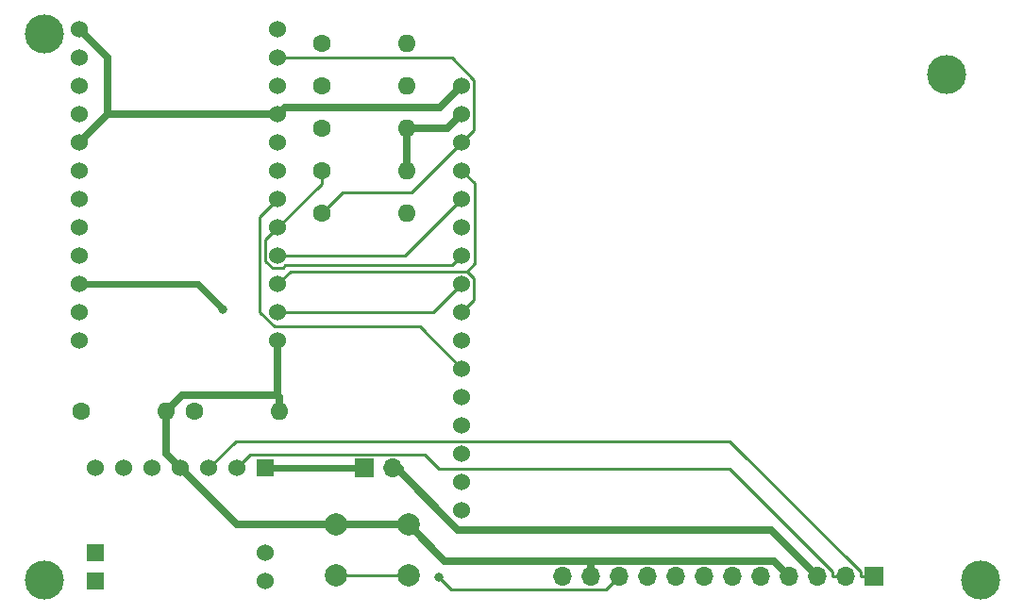
<source format=gtl>
G04 #@! TF.GenerationSoftware,KiCad,Pcbnew,5.1.5+dfsg1-2build2*
G04 #@! TF.CreationDate,2021-12-20T12:54:09+09:00*
G04 #@! TF.ProjectId,genesis-sound-card-rev2,67656e65-7369-4732-9d73-6f756e642d63,rev?*
G04 #@! TF.SameCoordinates,Original*
G04 #@! TF.FileFunction,Copper,L1,Top*
G04 #@! TF.FilePolarity,Positive*
%FSLAX46Y46*%
G04 Gerber Fmt 4.6, Leading zero omitted, Abs format (unit mm)*
G04 Created by KiCad (PCBNEW 5.1.5+dfsg1-2build2) date 2021-12-20 12:54:09*
%MOMM*%
%LPD*%
G04 APERTURE LIST*
%ADD10R,1.524000X1.524000*%
%ADD11C,1.524000*%
%ADD12O,1.600000X1.600000*%
%ADD13C,1.600000*%
%ADD14O,1.700000X1.700000*%
%ADD15R,1.700000X1.700000*%
%ADD16C,2.000000*%
%ADD17C,3.500000*%
%ADD18C,0.800000*%
%ADD19C,0.650000*%
%ADD20C,0.600000*%
%ADD21C,0.250000*%
G04 APERTURE END LIST*
D10*
X47600000Y-111130000D03*
X47600000Y-108590000D03*
D11*
X62840000Y-111130000D03*
X62840000Y-108590000D03*
X47600000Y-100970000D03*
X50140000Y-100970000D03*
X52680000Y-100970000D03*
D10*
X62840000Y-100970000D03*
D11*
X60300000Y-100970000D03*
X57760000Y-100970000D03*
X55220000Y-100970000D03*
X46190000Y-89530000D03*
X46190000Y-86990000D03*
X46190000Y-84450000D03*
X46190000Y-81910000D03*
X46190000Y-79370000D03*
X46190000Y-76830000D03*
X46190000Y-74290000D03*
X46190000Y-71750000D03*
X46190000Y-69210000D03*
X46190000Y-66670000D03*
X46190000Y-64130000D03*
X46190000Y-61590000D03*
X63970000Y-61590000D03*
X63970000Y-64130000D03*
X63970000Y-66670000D03*
X63970000Y-69210000D03*
X63970000Y-71750000D03*
X63970000Y-74290000D03*
X63970000Y-76830000D03*
X63970000Y-79370000D03*
X63970000Y-81910000D03*
X63970000Y-84450000D03*
X63970000Y-86990000D03*
X63970000Y-89530000D03*
D12*
X75540000Y-62870000D03*
D13*
X67920000Y-62870000D03*
D12*
X75540000Y-70490000D03*
D13*
X67920000Y-70490000D03*
D14*
X74270000Y-100970000D03*
D15*
X71730000Y-100970000D03*
D12*
X75540000Y-66680000D03*
D13*
X67920000Y-66680000D03*
D12*
X75540000Y-74300000D03*
D13*
X67920000Y-74300000D03*
D12*
X75540000Y-78110000D03*
D13*
X67920000Y-78110000D03*
D16*
X75690000Y-106050000D03*
X75690000Y-110550000D03*
X69190000Y-106050000D03*
X69190000Y-110550000D03*
D14*
X89510000Y-110660000D03*
X92050000Y-110660000D03*
X94590000Y-110660000D03*
X97130000Y-110660000D03*
X99670000Y-110660000D03*
X102210000Y-110660000D03*
X104750000Y-110660000D03*
X107290000Y-110660000D03*
X109830000Y-110660000D03*
X112370000Y-110660000D03*
X114910000Y-110660000D03*
D15*
X117450000Y-110660000D03*
D11*
X80500000Y-104710000D03*
X80500000Y-102170000D03*
X80500000Y-99630000D03*
X80500000Y-97090000D03*
X80500000Y-94550000D03*
X80500000Y-92010000D03*
X80500000Y-89470000D03*
X80500000Y-86930000D03*
X80500000Y-84390000D03*
X80500000Y-81850000D03*
X80500000Y-79310000D03*
X80500000Y-76770000D03*
X80500000Y-74230000D03*
X80500000Y-71690000D03*
X80500000Y-69150000D03*
X80500000Y-66610000D03*
D12*
X64110000Y-95890000D03*
D13*
X56490000Y-95890000D03*
D12*
X53950000Y-95890000D03*
D13*
X46330000Y-95890000D03*
D17*
X124000000Y-65600000D03*
X127000000Y-111000000D03*
X43000000Y-111000000D03*
X43000000Y-62000000D03*
D18*
X59080000Y-86690000D03*
X78444050Y-110765950D03*
D19*
X80500000Y-69150000D02*
X79160000Y-70490000D01*
X79160000Y-70490000D02*
X75540000Y-70490000D01*
X75540000Y-70490000D02*
X75540000Y-72974700D01*
X75540000Y-74300000D02*
X75540000Y-72974700D01*
D20*
X56840000Y-84450000D02*
X59080000Y-86690000D01*
X46190000Y-84450000D02*
X56840000Y-84450000D01*
D19*
X48730000Y-69210000D02*
X46190000Y-71750000D01*
X63970000Y-69210000D02*
X48730000Y-69210000D01*
X46190000Y-61590000D02*
X48730000Y-64130000D01*
X48730000Y-64130000D02*
X48730000Y-69210000D01*
X80500000Y-66610000D02*
X78525000Y-68585000D01*
X78525000Y-68585000D02*
X64595000Y-68585000D01*
X64595000Y-68585000D02*
X63970000Y-69210000D01*
X109830000Y-110660000D02*
X108454700Y-109284700D01*
X108454700Y-109284700D02*
X92050000Y-109284700D01*
X92050000Y-109284700D02*
X78924700Y-109284700D01*
X78924700Y-109284700D02*
X75690000Y-106050000D01*
X92050000Y-110660000D02*
X92050000Y-109284700D01*
X53950000Y-99640900D02*
X53950000Y-99700000D01*
X53950000Y-99700000D02*
X55220000Y-100970000D01*
X53950000Y-95890000D02*
X53950000Y-99640900D01*
X63970000Y-94424700D02*
X63970000Y-89530000D01*
X64110000Y-94564700D02*
X63970000Y-94424700D01*
X63970000Y-94424700D02*
X55415300Y-94424700D01*
X55415300Y-94424700D02*
X53950000Y-95890000D01*
X64110000Y-95890000D02*
X64110000Y-94564700D01*
X69190000Y-106050000D02*
X60300000Y-106050000D01*
X60300000Y-106050000D02*
X55220000Y-100970000D01*
X75690000Y-106050000D02*
X69190000Y-106050000D01*
D21*
X93740001Y-111509999D02*
X94590000Y-110660000D01*
X93414999Y-111835001D02*
X93740001Y-111509999D01*
X79513101Y-111835001D02*
X93414999Y-111835001D01*
X78444050Y-110765950D02*
X79513101Y-111835001D01*
X80500000Y-84390000D02*
X77900000Y-86990000D01*
X77900000Y-86990000D02*
X63970000Y-86990000D01*
X80967800Y-83295200D02*
X81589300Y-83916700D01*
X81589300Y-83916700D02*
X81589300Y-85840700D01*
X81589300Y-85840700D02*
X80500000Y-86930000D01*
X63970000Y-84450000D02*
X65124800Y-83295200D01*
X65124800Y-83295200D02*
X80967800Y-83295200D01*
X80500000Y-74230000D02*
X81654600Y-75384600D01*
X81654600Y-75384600D02*
X81654600Y-82608400D01*
X81654600Y-82608400D02*
X80967800Y-83295200D01*
X80500000Y-76770000D02*
X75360000Y-81910000D01*
X75360000Y-81910000D02*
X63970000Y-81910000D01*
D19*
X74607600Y-100970000D02*
X80138000Y-106500400D01*
X80138000Y-106500400D02*
X108210400Y-106500400D01*
X108210400Y-106500400D02*
X112370000Y-110660000D01*
D20*
X74607600Y-100970000D02*
X74945200Y-100970000D01*
X74270000Y-100970000D02*
X74607600Y-100970000D01*
D21*
X114910000Y-110660000D02*
X113734700Y-110660000D01*
X113734700Y-110660000D02*
X113734700Y-110292700D01*
X113734700Y-110292700D02*
X104501300Y-101059300D01*
X104501300Y-101059300D02*
X78419600Y-101059300D01*
X78419600Y-101059300D02*
X77154900Y-99794600D01*
X77154900Y-99794600D02*
X61475400Y-99794600D01*
X61475400Y-99794600D02*
X60300000Y-100970000D01*
X117450000Y-110660000D02*
X116274700Y-110660000D01*
X116274700Y-110660000D02*
X116274700Y-110292700D01*
X116274700Y-110292700D02*
X104510000Y-98528000D01*
X104510000Y-98528000D02*
X60202000Y-98528000D01*
X60202000Y-98528000D02*
X57760000Y-100970000D01*
D20*
X62840000Y-100970000D02*
X71730000Y-100970000D01*
D21*
X63970000Y-79370000D02*
X62866200Y-80473800D01*
X62866200Y-80473800D02*
X62866200Y-82370500D01*
X62866200Y-82370500D02*
X63493100Y-82997400D01*
X63493100Y-82997400D02*
X64420500Y-82997400D01*
X64420500Y-82997400D02*
X64656000Y-82761900D01*
X64656000Y-82761900D02*
X79588100Y-82761900D01*
X79588100Y-82761900D02*
X80500000Y-81850000D01*
X67920000Y-74300000D02*
X67920000Y-75420000D01*
X67920000Y-75420000D02*
X63970000Y-79370000D01*
X80500000Y-71690000D02*
X81590800Y-70599200D01*
X81590800Y-70599200D02*
X81590800Y-66118800D01*
X81590800Y-66118800D02*
X79602000Y-64130000D01*
X79602000Y-64130000D02*
X63970000Y-64130000D01*
X67920000Y-78110000D02*
X69825000Y-76205000D01*
X69825000Y-76205000D02*
X75985000Y-76205000D01*
X75985000Y-76205000D02*
X80500000Y-71690000D01*
X69190000Y-110550000D02*
X75690000Y-110550000D01*
X80500000Y-92010000D02*
X76750000Y-88260000D01*
X76750000Y-88260000D02*
X63665700Y-88260000D01*
X63665700Y-88260000D02*
X62371400Y-86965700D01*
X62371400Y-86965700D02*
X62371400Y-78428600D01*
X62371400Y-78428600D02*
X63970000Y-76830000D01*
M02*

</source>
